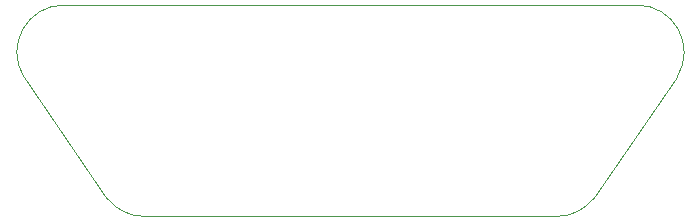
<source format=gm1>
G04 #@! TF.GenerationSoftware,KiCad,Pcbnew,8.0.2*
G04 #@! TF.CreationDate,2024-12-10T14:18:40-07:00*
G04 #@! TF.ProjectId,cansplitterV3,63616e73-706c-4697-9474-657256332e6b,rev?*
G04 #@! TF.SameCoordinates,Original*
G04 #@! TF.FileFunction,Profile,NP*
%FSLAX46Y46*%
G04 Gerber Fmt 4.6, Leading zero omitted, Abs format (unit mm)*
G04 Created by KiCad (PCBNEW 8.0.2) date 2024-12-10 14:18:40*
%MOMM*%
%LPD*%
G01*
G04 APERTURE LIST*
G04 #@! TA.AperFunction,Profile*
%ADD10C,0.050000*%
G04 #@! TD*
G04 APERTURE END LIST*
D10*
X80300000Y-57900000D02*
G75*
G02*
X77176525Y-56398780I0J4000000D01*
G01*
X70096808Y-46101972D02*
X77176525Y-56398780D01*
X118323475Y-56398780D02*
G75*
G02*
X115200000Y-57900000I-3123475J2498780D01*
G01*
X115200000Y-57900000D02*
X80300000Y-57900000D01*
X70096808Y-46101972D02*
G75*
G02*
X73500000Y-39999998I3403212J2101962D01*
G01*
X73500000Y-40000000D02*
X122000000Y-40000000D01*
X125403192Y-46101972D02*
X118323475Y-56398780D01*
X122000000Y-40000000D02*
G75*
G02*
X125403192Y-46101972I0J-4000000D01*
G01*
M02*

</source>
